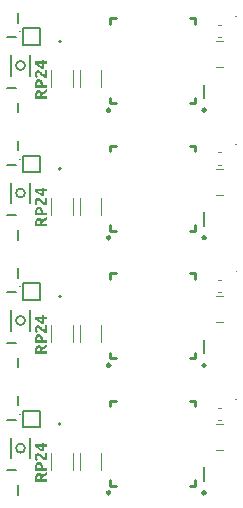
<source format=gto>
G04 #@! TF.GenerationSoftware,KiCad,Pcbnew,9.0.3*
G04 #@! TF.CreationDate,2025-08-07T10:10:08-04:00*
G04 #@! TF.ProjectId,rp2350-decoder,72703233-3530-42d6-9465-636f6465722e,v0.3.1*
G04 #@! TF.SameCoordinates,Original*
G04 #@! TF.FileFunction,Legend,Top*
G04 #@! TF.FilePolarity,Positive*
%FSLAX46Y46*%
G04 Gerber Fmt 4.6, Leading zero omitted, Abs format (unit mm)*
G04 Created by KiCad (PCBNEW 9.0.3) date 2025-08-07 10:10:08*
%MOMM*%
%LPD*%
G01*
G04 APERTURE LIST*
%ADD10C,0.180000*%
%ADD11C,0.250000*%
%ADD12C,0.150000*%
%ADD13C,0.200000*%
%ADD14C,0.240000*%
%ADD15C,0.120000*%
%ADD16C,0.191421*%
%ADD17C,0.100000*%
G04 APERTURE END LIST*
D10*
G36*
X28640000Y-53729689D02*
G01*
X28543035Y-53783545D01*
X28447475Y-53839537D01*
X28359609Y-53896202D01*
X28284382Y-53952133D01*
X28284382Y-54059844D01*
X28640000Y-54059844D01*
X28640000Y-54278075D01*
X27684277Y-54278075D01*
X27672460Y-54205934D01*
X27664738Y-54130491D01*
X27659120Y-53994082D01*
X27659772Y-53981503D01*
X27846699Y-53981503D01*
X27848103Y-54024185D01*
X27850912Y-54059844D01*
X28112435Y-54059844D01*
X28112435Y-53998295D01*
X28108122Y-53915679D01*
X28097142Y-53859148D01*
X28081844Y-53822013D01*
X28057304Y-53793006D01*
X28023582Y-53775272D01*
X27977491Y-53768829D01*
X27933341Y-53775264D01*
X27900694Y-53793121D01*
X27876618Y-53822684D01*
X27861246Y-53859974D01*
X27850700Y-53911572D01*
X27846699Y-53981503D01*
X27659772Y-53981503D01*
X27664918Y-53882306D01*
X27680851Y-53791546D01*
X27705135Y-53718345D01*
X27736606Y-53659713D01*
X27770503Y-53618404D01*
X27810462Y-53586532D01*
X27857286Y-53563310D01*
X27912312Y-53548732D01*
X27977308Y-53543576D01*
X28043755Y-53549293D01*
X28098078Y-53565254D01*
X28142660Y-53590471D01*
X28180915Y-53625119D01*
X28214179Y-53669579D01*
X28242433Y-53725476D01*
X28326025Y-53663927D01*
X28424394Y-53600301D01*
X28531128Y-53539424D01*
X28640000Y-53484836D01*
X28640000Y-53729689D01*
G37*
G36*
X28055523Y-52610361D02*
G01*
X28114075Y-52625368D01*
X28163037Y-52649045D01*
X28204005Y-52681221D01*
X28237976Y-52722554D01*
X28269577Y-52781883D01*
X28293917Y-52855599D01*
X28309855Y-52946607D01*
X28315645Y-53058265D01*
X28315645Y-53126837D01*
X28640000Y-53126837D01*
X28640000Y-53345068D01*
X27684277Y-53345068D01*
X27672521Y-53272564D01*
X27664738Y-53194003D01*
X27659120Y-53054052D01*
X27659838Y-53040069D01*
X27846699Y-53040069D01*
X27848103Y-53086964D01*
X27850851Y-53126837D01*
X28128066Y-53126837D01*
X28128066Y-53058265D01*
X28123961Y-52982611D01*
X28113188Y-52927220D01*
X28097597Y-52887601D01*
X28079726Y-52863170D01*
X28055848Y-52845557D01*
X28024640Y-52834313D01*
X27983902Y-52830204D01*
X27945966Y-52834159D01*
X27917407Y-52844919D01*
X27893760Y-52862614D01*
X27875092Y-52886868D01*
X27861907Y-52916174D01*
X27852927Y-52953363D01*
X27846699Y-53040069D01*
X27659838Y-53040069D01*
X27664825Y-52943023D01*
X27680513Y-52852708D01*
X27704437Y-52779725D01*
X27735446Y-52721149D01*
X27768802Y-52680359D01*
X27809170Y-52648579D01*
X27857557Y-52625169D01*
X27915573Y-52610313D01*
X27985307Y-52605012D01*
X28055523Y-52610361D01*
G37*
G36*
X27924307Y-51862330D02*
G01*
X27976373Y-51867578D01*
X28026400Y-51883335D01*
X28074149Y-51907245D01*
X28120800Y-51937862D01*
X28165107Y-51973321D01*
X28208239Y-52013456D01*
X28287923Y-52095949D01*
X28332009Y-52141439D01*
X28381652Y-52188272D01*
X28428485Y-52228145D01*
X28449742Y-52243195D01*
X28464145Y-52249822D01*
X28464145Y-51832899D01*
X28640000Y-51832899D01*
X28640000Y-52479288D01*
X28600860Y-52482096D01*
X28567276Y-52482096D01*
X28502062Y-52476526D01*
X28444178Y-52460420D01*
X28390074Y-52435343D01*
X28339947Y-52403695D01*
X28293340Y-52366539D01*
X28249699Y-52324682D01*
X28165741Y-52237243D01*
X28104863Y-52174289D01*
X28048932Y-52122510D01*
X28021079Y-52102201D01*
X27994344Y-52087522D01*
X27966638Y-52078033D01*
X27939084Y-52074944D01*
X27899704Y-52079421D01*
X27871821Y-52091371D01*
X27852377Y-52109931D01*
X27833760Y-52148112D01*
X27827159Y-52196699D01*
X27830191Y-52233552D01*
X27839066Y-52267346D01*
X27867093Y-52327491D01*
X27899272Y-52374385D01*
X27925101Y-52403756D01*
X27778921Y-52507254D01*
X27726981Y-52441203D01*
X27684460Y-52363883D01*
X27663955Y-52308275D01*
X27651584Y-52249946D01*
X27647397Y-52188272D01*
X27652659Y-52106249D01*
X27666997Y-52041421D01*
X27691222Y-51984094D01*
X27722196Y-51940000D01*
X27761611Y-51905440D01*
X27808902Y-51881259D01*
X27862069Y-51867263D01*
X27924307Y-51862330D01*
G37*
G36*
X28425066Y-51111406D02*
G01*
X28640000Y-51111406D01*
X28640000Y-51315654D01*
X28425066Y-51315654D01*
X28425066Y-51733981D01*
X28271315Y-51733981D01*
X28132035Y-51657044D01*
X27972484Y-51554218D01*
X27812260Y-51434600D01*
X27736579Y-51370643D01*
X27678230Y-51315654D01*
X27925467Y-51315654D01*
X28080928Y-51431791D01*
X28166621Y-51488840D01*
X28253119Y-51535289D01*
X28253119Y-51315654D01*
X27925467Y-51315654D01*
X27678230Y-51315654D01*
X27670844Y-51308693D01*
X27670844Y-51111406D01*
X28253119Y-51111406D01*
X28253119Y-51007847D01*
X28425066Y-51007847D01*
X28425066Y-51111406D01*
G37*
G36*
X28640000Y-42929689D02*
G01*
X28543035Y-42983545D01*
X28447475Y-43039537D01*
X28359609Y-43096202D01*
X28284382Y-43152133D01*
X28284382Y-43259844D01*
X28640000Y-43259844D01*
X28640000Y-43478075D01*
X27684277Y-43478075D01*
X27672460Y-43405934D01*
X27664738Y-43330491D01*
X27659120Y-43194082D01*
X27659772Y-43181503D01*
X27846699Y-43181503D01*
X27848103Y-43224185D01*
X27850912Y-43259844D01*
X28112435Y-43259844D01*
X28112435Y-43198295D01*
X28108122Y-43115679D01*
X28097142Y-43059148D01*
X28081844Y-43022013D01*
X28057304Y-42993006D01*
X28023582Y-42975272D01*
X27977491Y-42968829D01*
X27933341Y-42975264D01*
X27900694Y-42993121D01*
X27876618Y-43022684D01*
X27861246Y-43059974D01*
X27850700Y-43111572D01*
X27846699Y-43181503D01*
X27659772Y-43181503D01*
X27664918Y-43082306D01*
X27680851Y-42991546D01*
X27705135Y-42918345D01*
X27736606Y-42859713D01*
X27770503Y-42818404D01*
X27810462Y-42786532D01*
X27857286Y-42763310D01*
X27912312Y-42748732D01*
X27977308Y-42743576D01*
X28043755Y-42749293D01*
X28098078Y-42765254D01*
X28142660Y-42790471D01*
X28180915Y-42825119D01*
X28214179Y-42869579D01*
X28242433Y-42925476D01*
X28326025Y-42863927D01*
X28424394Y-42800301D01*
X28531128Y-42739424D01*
X28640000Y-42684836D01*
X28640000Y-42929689D01*
G37*
G36*
X28055523Y-41810361D02*
G01*
X28114075Y-41825368D01*
X28163037Y-41849045D01*
X28204005Y-41881221D01*
X28237976Y-41922554D01*
X28269577Y-41981883D01*
X28293917Y-42055599D01*
X28309855Y-42146607D01*
X28315645Y-42258265D01*
X28315645Y-42326837D01*
X28640000Y-42326837D01*
X28640000Y-42545068D01*
X27684277Y-42545068D01*
X27672521Y-42472564D01*
X27664738Y-42394003D01*
X27659120Y-42254052D01*
X27659838Y-42240069D01*
X27846699Y-42240069D01*
X27848103Y-42286964D01*
X27850851Y-42326837D01*
X28128066Y-42326837D01*
X28128066Y-42258265D01*
X28123961Y-42182611D01*
X28113188Y-42127220D01*
X28097597Y-42087601D01*
X28079726Y-42063170D01*
X28055848Y-42045557D01*
X28024640Y-42034313D01*
X27983902Y-42030204D01*
X27945966Y-42034159D01*
X27917407Y-42044919D01*
X27893760Y-42062614D01*
X27875092Y-42086868D01*
X27861907Y-42116174D01*
X27852927Y-42153363D01*
X27846699Y-42240069D01*
X27659838Y-42240069D01*
X27664825Y-42143023D01*
X27680513Y-42052708D01*
X27704437Y-41979725D01*
X27735446Y-41921149D01*
X27768802Y-41880359D01*
X27809170Y-41848579D01*
X27857557Y-41825169D01*
X27915573Y-41810313D01*
X27985307Y-41805012D01*
X28055523Y-41810361D01*
G37*
G36*
X27924307Y-41062330D02*
G01*
X27976373Y-41067578D01*
X28026400Y-41083335D01*
X28074149Y-41107245D01*
X28120800Y-41137862D01*
X28165107Y-41173321D01*
X28208239Y-41213456D01*
X28287923Y-41295949D01*
X28332009Y-41341439D01*
X28381652Y-41388272D01*
X28428485Y-41428145D01*
X28449742Y-41443195D01*
X28464145Y-41449822D01*
X28464145Y-41032899D01*
X28640000Y-41032899D01*
X28640000Y-41679288D01*
X28600860Y-41682096D01*
X28567276Y-41682096D01*
X28502062Y-41676526D01*
X28444178Y-41660420D01*
X28390074Y-41635343D01*
X28339947Y-41603695D01*
X28293340Y-41566539D01*
X28249699Y-41524682D01*
X28165741Y-41437243D01*
X28104863Y-41374289D01*
X28048932Y-41322510D01*
X28021079Y-41302201D01*
X27994344Y-41287522D01*
X27966638Y-41278033D01*
X27939084Y-41274944D01*
X27899704Y-41279421D01*
X27871821Y-41291371D01*
X27852377Y-41309931D01*
X27833760Y-41348112D01*
X27827159Y-41396699D01*
X27830191Y-41433552D01*
X27839066Y-41467346D01*
X27867093Y-41527491D01*
X27899272Y-41574385D01*
X27925101Y-41603756D01*
X27778921Y-41707254D01*
X27726981Y-41641203D01*
X27684460Y-41563883D01*
X27663955Y-41508275D01*
X27651584Y-41449946D01*
X27647397Y-41388272D01*
X27652659Y-41306249D01*
X27666997Y-41241421D01*
X27691222Y-41184094D01*
X27722196Y-41140000D01*
X27761611Y-41105440D01*
X27808902Y-41081259D01*
X27862069Y-41067263D01*
X27924307Y-41062330D01*
G37*
G36*
X28425066Y-40311406D02*
G01*
X28640000Y-40311406D01*
X28640000Y-40515654D01*
X28425066Y-40515654D01*
X28425066Y-40933981D01*
X28271315Y-40933981D01*
X28132035Y-40857044D01*
X27972484Y-40754218D01*
X27812260Y-40634600D01*
X27736579Y-40570643D01*
X27678230Y-40515654D01*
X27925467Y-40515654D01*
X28080928Y-40631791D01*
X28166621Y-40688840D01*
X28253119Y-40735289D01*
X28253119Y-40515654D01*
X27925467Y-40515654D01*
X27678230Y-40515654D01*
X27670844Y-40508693D01*
X27670844Y-40311406D01*
X28253119Y-40311406D01*
X28253119Y-40207847D01*
X28425066Y-40207847D01*
X28425066Y-40311406D01*
G37*
G36*
X28640000Y-21329689D02*
G01*
X28543035Y-21383545D01*
X28447475Y-21439537D01*
X28359609Y-21496202D01*
X28284382Y-21552133D01*
X28284382Y-21659844D01*
X28640000Y-21659844D01*
X28640000Y-21878075D01*
X27684277Y-21878075D01*
X27672460Y-21805934D01*
X27664738Y-21730491D01*
X27659120Y-21594082D01*
X27659772Y-21581503D01*
X27846699Y-21581503D01*
X27848103Y-21624185D01*
X27850912Y-21659844D01*
X28112435Y-21659844D01*
X28112435Y-21598295D01*
X28108122Y-21515679D01*
X28097142Y-21459148D01*
X28081844Y-21422013D01*
X28057304Y-21393006D01*
X28023582Y-21375272D01*
X27977491Y-21368829D01*
X27933341Y-21375264D01*
X27900694Y-21393121D01*
X27876618Y-21422684D01*
X27861246Y-21459974D01*
X27850700Y-21511572D01*
X27846699Y-21581503D01*
X27659772Y-21581503D01*
X27664918Y-21482306D01*
X27680851Y-21391546D01*
X27705135Y-21318345D01*
X27736606Y-21259713D01*
X27770503Y-21218404D01*
X27810462Y-21186532D01*
X27857286Y-21163310D01*
X27912312Y-21148732D01*
X27977308Y-21143576D01*
X28043755Y-21149293D01*
X28098078Y-21165254D01*
X28142660Y-21190471D01*
X28180915Y-21225119D01*
X28214179Y-21269579D01*
X28242433Y-21325476D01*
X28326025Y-21263927D01*
X28424394Y-21200301D01*
X28531128Y-21139424D01*
X28640000Y-21084836D01*
X28640000Y-21329689D01*
G37*
G36*
X28055523Y-20210361D02*
G01*
X28114075Y-20225368D01*
X28163037Y-20249045D01*
X28204005Y-20281221D01*
X28237976Y-20322554D01*
X28269577Y-20381883D01*
X28293917Y-20455599D01*
X28309855Y-20546607D01*
X28315645Y-20658265D01*
X28315645Y-20726837D01*
X28640000Y-20726837D01*
X28640000Y-20945068D01*
X27684277Y-20945068D01*
X27672521Y-20872564D01*
X27664738Y-20794003D01*
X27659120Y-20654052D01*
X27659838Y-20640069D01*
X27846699Y-20640069D01*
X27848103Y-20686964D01*
X27850851Y-20726837D01*
X28128066Y-20726837D01*
X28128066Y-20658265D01*
X28123961Y-20582611D01*
X28113188Y-20527220D01*
X28097597Y-20487601D01*
X28079726Y-20463170D01*
X28055848Y-20445557D01*
X28024640Y-20434313D01*
X27983902Y-20430204D01*
X27945966Y-20434159D01*
X27917407Y-20444919D01*
X27893760Y-20462614D01*
X27875092Y-20486868D01*
X27861907Y-20516174D01*
X27852927Y-20553363D01*
X27846699Y-20640069D01*
X27659838Y-20640069D01*
X27664825Y-20543023D01*
X27680513Y-20452708D01*
X27704437Y-20379725D01*
X27735446Y-20321149D01*
X27768802Y-20280359D01*
X27809170Y-20248579D01*
X27857557Y-20225169D01*
X27915573Y-20210313D01*
X27985307Y-20205012D01*
X28055523Y-20210361D01*
G37*
G36*
X27924307Y-19462330D02*
G01*
X27976373Y-19467578D01*
X28026400Y-19483335D01*
X28074149Y-19507245D01*
X28120800Y-19537862D01*
X28165107Y-19573321D01*
X28208239Y-19613456D01*
X28287923Y-19695949D01*
X28332009Y-19741439D01*
X28381652Y-19788272D01*
X28428485Y-19828145D01*
X28449742Y-19843195D01*
X28464145Y-19849822D01*
X28464145Y-19432899D01*
X28640000Y-19432899D01*
X28640000Y-20079288D01*
X28600860Y-20082096D01*
X28567276Y-20082096D01*
X28502062Y-20076526D01*
X28444178Y-20060420D01*
X28390074Y-20035343D01*
X28339947Y-20003695D01*
X28293340Y-19966539D01*
X28249699Y-19924682D01*
X28165741Y-19837243D01*
X28104863Y-19774289D01*
X28048932Y-19722510D01*
X28021079Y-19702201D01*
X27994344Y-19687522D01*
X27966638Y-19678033D01*
X27939084Y-19674944D01*
X27899704Y-19679421D01*
X27871821Y-19691371D01*
X27852377Y-19709931D01*
X27833760Y-19748112D01*
X27827159Y-19796699D01*
X27830191Y-19833552D01*
X27839066Y-19867346D01*
X27867093Y-19927491D01*
X27899272Y-19974385D01*
X27925101Y-20003756D01*
X27778921Y-20107254D01*
X27726981Y-20041203D01*
X27684460Y-19963883D01*
X27663955Y-19908275D01*
X27651584Y-19849946D01*
X27647397Y-19788272D01*
X27652659Y-19706249D01*
X27666997Y-19641421D01*
X27691222Y-19584094D01*
X27722196Y-19540000D01*
X27761611Y-19505440D01*
X27808902Y-19481259D01*
X27862069Y-19467263D01*
X27924307Y-19462330D01*
G37*
G36*
X28425066Y-18711406D02*
G01*
X28640000Y-18711406D01*
X28640000Y-18915654D01*
X28425066Y-18915654D01*
X28425066Y-19333981D01*
X28271315Y-19333981D01*
X28132035Y-19257044D01*
X27972484Y-19154218D01*
X27812260Y-19034600D01*
X27736579Y-18970643D01*
X27678230Y-18915654D01*
X27925467Y-18915654D01*
X28080928Y-19031791D01*
X28166621Y-19088840D01*
X28253119Y-19135289D01*
X28253119Y-18915654D01*
X27925467Y-18915654D01*
X27678230Y-18915654D01*
X27670844Y-18908693D01*
X27670844Y-18711406D01*
X28253119Y-18711406D01*
X28253119Y-18607847D01*
X28425066Y-18607847D01*
X28425066Y-18711406D01*
G37*
G36*
X28640000Y-32129689D02*
G01*
X28543035Y-32183545D01*
X28447475Y-32239537D01*
X28359609Y-32296202D01*
X28284382Y-32352133D01*
X28284382Y-32459844D01*
X28640000Y-32459844D01*
X28640000Y-32678075D01*
X27684277Y-32678075D01*
X27672460Y-32605934D01*
X27664738Y-32530491D01*
X27659120Y-32394082D01*
X27659772Y-32381503D01*
X27846699Y-32381503D01*
X27848103Y-32424185D01*
X27850912Y-32459844D01*
X28112435Y-32459844D01*
X28112435Y-32398295D01*
X28108122Y-32315679D01*
X28097142Y-32259148D01*
X28081844Y-32222013D01*
X28057304Y-32193006D01*
X28023582Y-32175272D01*
X27977491Y-32168829D01*
X27933341Y-32175264D01*
X27900694Y-32193121D01*
X27876618Y-32222684D01*
X27861246Y-32259974D01*
X27850700Y-32311572D01*
X27846699Y-32381503D01*
X27659772Y-32381503D01*
X27664918Y-32282306D01*
X27680851Y-32191546D01*
X27705135Y-32118345D01*
X27736606Y-32059713D01*
X27770503Y-32018404D01*
X27810462Y-31986532D01*
X27857286Y-31963310D01*
X27912312Y-31948732D01*
X27977308Y-31943576D01*
X28043755Y-31949293D01*
X28098078Y-31965254D01*
X28142660Y-31990471D01*
X28180915Y-32025119D01*
X28214179Y-32069579D01*
X28242433Y-32125476D01*
X28326025Y-32063927D01*
X28424394Y-32000301D01*
X28531128Y-31939424D01*
X28640000Y-31884836D01*
X28640000Y-32129689D01*
G37*
G36*
X28055523Y-31010361D02*
G01*
X28114075Y-31025368D01*
X28163037Y-31049045D01*
X28204005Y-31081221D01*
X28237976Y-31122554D01*
X28269577Y-31181883D01*
X28293917Y-31255599D01*
X28309855Y-31346607D01*
X28315645Y-31458265D01*
X28315645Y-31526837D01*
X28640000Y-31526837D01*
X28640000Y-31745068D01*
X27684277Y-31745068D01*
X27672521Y-31672564D01*
X27664738Y-31594003D01*
X27659120Y-31454052D01*
X27659838Y-31440069D01*
X27846699Y-31440069D01*
X27848103Y-31486964D01*
X27850851Y-31526837D01*
X28128066Y-31526837D01*
X28128066Y-31458265D01*
X28123961Y-31382611D01*
X28113188Y-31327220D01*
X28097597Y-31287601D01*
X28079726Y-31263170D01*
X28055848Y-31245557D01*
X28024640Y-31234313D01*
X27983902Y-31230204D01*
X27945966Y-31234159D01*
X27917407Y-31244919D01*
X27893760Y-31262614D01*
X27875092Y-31286868D01*
X27861907Y-31316174D01*
X27852927Y-31353363D01*
X27846699Y-31440069D01*
X27659838Y-31440069D01*
X27664825Y-31343023D01*
X27680513Y-31252708D01*
X27704437Y-31179725D01*
X27735446Y-31121149D01*
X27768802Y-31080359D01*
X27809170Y-31048579D01*
X27857557Y-31025169D01*
X27915573Y-31010313D01*
X27985307Y-31005012D01*
X28055523Y-31010361D01*
G37*
G36*
X27924307Y-30262330D02*
G01*
X27976373Y-30267578D01*
X28026400Y-30283335D01*
X28074149Y-30307245D01*
X28120800Y-30337862D01*
X28165107Y-30373321D01*
X28208239Y-30413456D01*
X28287923Y-30495949D01*
X28332009Y-30541439D01*
X28381652Y-30588272D01*
X28428485Y-30628145D01*
X28449742Y-30643195D01*
X28464145Y-30649822D01*
X28464145Y-30232899D01*
X28640000Y-30232899D01*
X28640000Y-30879288D01*
X28600860Y-30882096D01*
X28567276Y-30882096D01*
X28502062Y-30876526D01*
X28444178Y-30860420D01*
X28390074Y-30835343D01*
X28339947Y-30803695D01*
X28293340Y-30766539D01*
X28249699Y-30724682D01*
X28165741Y-30637243D01*
X28104863Y-30574289D01*
X28048932Y-30522510D01*
X28021079Y-30502201D01*
X27994344Y-30487522D01*
X27966638Y-30478033D01*
X27939084Y-30474944D01*
X27899704Y-30479421D01*
X27871821Y-30491371D01*
X27852377Y-30509931D01*
X27833760Y-30548112D01*
X27827159Y-30596699D01*
X27830191Y-30633552D01*
X27839066Y-30667346D01*
X27867093Y-30727491D01*
X27899272Y-30774385D01*
X27925101Y-30803756D01*
X27778921Y-30907254D01*
X27726981Y-30841203D01*
X27684460Y-30763883D01*
X27663955Y-30708275D01*
X27651584Y-30649946D01*
X27647397Y-30588272D01*
X27652659Y-30506249D01*
X27666997Y-30441421D01*
X27691222Y-30384094D01*
X27722196Y-30340000D01*
X27761611Y-30305440D01*
X27808902Y-30281259D01*
X27862069Y-30267263D01*
X27924307Y-30262330D01*
G37*
G36*
X28425066Y-29511406D02*
G01*
X28640000Y-29511406D01*
X28640000Y-29715654D01*
X28425066Y-29715654D01*
X28425066Y-30133981D01*
X28271315Y-30133981D01*
X28132035Y-30057044D01*
X27972484Y-29954218D01*
X27812260Y-29834600D01*
X27736579Y-29770643D01*
X27678230Y-29715654D01*
X27925467Y-29715654D01*
X28080928Y-29831791D01*
X28166621Y-29888840D01*
X28253119Y-29935289D01*
X28253119Y-29715654D01*
X27925467Y-29715654D01*
X27678230Y-29715654D01*
X27670844Y-29708693D01*
X27670844Y-29511406D01*
X28253119Y-29511406D01*
X28253119Y-29407847D01*
X28425066Y-29407847D01*
X28425066Y-29511406D01*
G37*
D11*
G04 #@! TO.C,U4*
X34040000Y-36650000D02*
X34040000Y-37120000D01*
X34040000Y-43380000D02*
X34040000Y-43450000D01*
X34040000Y-43450000D02*
X34040000Y-43850000D01*
X34040000Y-43850000D02*
X34510000Y-43850000D01*
X34510000Y-36650000D02*
X34040000Y-36650000D01*
X40780000Y-43850000D02*
X41240000Y-43850000D01*
X41240000Y-36650000D02*
X40780000Y-36650000D01*
X41240000Y-37120000D02*
X41240000Y-36650000D01*
X41240000Y-43850000D02*
X41240000Y-43380000D01*
X34020000Y-44440000D02*
G75*
G02*
X33760000Y-44440000I-130000J0D01*
G01*
X33760000Y-44440000D02*
G75*
G02*
X34020000Y-44440000I130000J0D01*
G01*
D12*
G04 #@! TO.C,SW1*
X25620000Y-41520000D02*
X25620000Y-39770000D01*
X27220000Y-41520000D02*
X27220000Y-39770000D01*
X26810000Y-40650000D02*
G75*
G02*
X26050000Y-40650000I-380000J0D01*
G01*
X26050000Y-40650000D02*
G75*
G02*
X26810000Y-40650000I380000J0D01*
G01*
G04 #@! TO.C,D1*
X26210000Y-26220000D02*
X26210000Y-25420000D01*
D13*
G04 #@! TO.C,U2*
X41970000Y-32610000D02*
X41970000Y-31470000D01*
D14*
X42090000Y-33640000D02*
G75*
G02*
X41850000Y-33640000I-120000J0D01*
G01*
X41850000Y-33640000D02*
G75*
G02*
X42090000Y-33640000I120000J0D01*
G01*
D15*
G04 #@! TO.C,C16*
X31430000Y-53271252D02*
X31430000Y-51848748D01*
X33250000Y-53271252D02*
X33250000Y-51848748D01*
G04 #@! TO.C,L2*
D16*
X29855710Y-27810000D02*
G75*
G02*
X29664290Y-27810000I-95710J0D01*
G01*
X29664290Y-27810000D02*
G75*
G02*
X29855710Y-27810000I95710J0D01*
G01*
D12*
G04 #@! TO.C,D4*
X25260000Y-20930000D02*
X26060000Y-20930000D01*
D11*
G04 #@! TO.C,U4*
X34040000Y-15050000D02*
X34040000Y-15520000D01*
X34040000Y-21780000D02*
X34040000Y-21850000D01*
X34040000Y-21850000D02*
X34040000Y-22250000D01*
X34040000Y-22250000D02*
X34510000Y-22250000D01*
X34510000Y-15050000D02*
X34040000Y-15050000D01*
X40780000Y-22250000D02*
X41240000Y-22250000D01*
X41240000Y-15050000D02*
X40780000Y-15050000D01*
X41240000Y-15520000D02*
X41240000Y-15050000D01*
X41240000Y-22250000D02*
X41240000Y-21780000D01*
X34020000Y-22840000D02*
G75*
G02*
X33760000Y-22840000I-130000J0D01*
G01*
X33760000Y-22840000D02*
G75*
G02*
X34020000Y-22840000I130000J0D01*
G01*
D12*
G04 #@! TO.C,U5*
X26618733Y-48287200D02*
X26618733Y-49687200D01*
X26618733Y-48287200D02*
X28118733Y-48287200D01*
X26618733Y-49687200D02*
X28118733Y-49687200D01*
X28118733Y-48287200D02*
X28118733Y-49687200D01*
D15*
X26458733Y-48587200D02*
G75*
G02*
X26338733Y-48587200I-60000J0D01*
G01*
X26338733Y-48587200D02*
G75*
G02*
X26458733Y-48587200I60000J0D01*
G01*
D12*
G04 #@! TO.C,D3*
X26060000Y-49070000D02*
X25260000Y-49070000D01*
D17*
G04 #@! TO.C,L1*
X42980000Y-38610000D02*
X43560000Y-38610000D01*
X43560000Y-40800000D02*
X42980000Y-40800000D01*
D12*
G04 #@! TO.C,D4*
X25260000Y-31730000D02*
X26060000Y-31730000D01*
G04 #@! TO.C,D3*
X26060000Y-27470000D02*
X25260000Y-27470000D01*
G04 #@! TO.C,D1*
X26210000Y-47820000D02*
X26210000Y-47020000D01*
D13*
G04 #@! TO.C,U2*
X41970000Y-43410000D02*
X41970000Y-42270000D01*
D14*
X42090000Y-44440000D02*
G75*
G02*
X41850000Y-44440000I-120000J0D01*
G01*
X41850000Y-44440000D02*
G75*
G02*
X42090000Y-44440000I120000J0D01*
G01*
D12*
G04 #@! TO.C,D4*
X25260000Y-53330000D02*
X26060000Y-53330000D01*
G04 #@! TO.C,L2*
D16*
X29855710Y-38610000D02*
G75*
G02*
X29664290Y-38610000I-95710J0D01*
G01*
X29664290Y-38610000D02*
G75*
G02*
X29855710Y-38610000I95710J0D01*
G01*
D12*
G04 #@! TO.C,SW1*
X25620000Y-52320000D02*
X25620000Y-50570000D01*
X27220000Y-52320000D02*
X27220000Y-50570000D01*
X26810000Y-51450000D02*
G75*
G02*
X26050000Y-51450000I-380000J0D01*
G01*
X26050000Y-51450000D02*
G75*
G02*
X26810000Y-51450000I380000J0D01*
G01*
G04 #@! TO.C,U5*
X26618733Y-37487200D02*
X26618733Y-38887200D01*
X26618733Y-37487200D02*
X28118733Y-37487200D01*
X26618733Y-38887200D02*
X28118733Y-38887200D01*
X28118733Y-37487200D02*
X28118733Y-38887200D01*
D15*
X26458733Y-37787200D02*
G75*
G02*
X26338733Y-37787200I-60000J0D01*
G01*
X26338733Y-37787200D02*
G75*
G02*
X26458733Y-37787200I60000J0D01*
G01*
D12*
G04 #@! TO.C,SW1*
X25620000Y-19920000D02*
X25620000Y-18170000D01*
X27220000Y-19920000D02*
X27220000Y-18170000D01*
X26810000Y-19050000D02*
G75*
G02*
X26050000Y-19050000I-380000J0D01*
G01*
X26050000Y-19050000D02*
G75*
G02*
X26810000Y-19050000I380000J0D01*
G01*
D17*
G04 #@! TO.C,L1*
X42980000Y-17010000D02*
X43560000Y-17010000D01*
X43560000Y-19200000D02*
X42980000Y-19200000D01*
D15*
G04 #@! TO.C,C5*
X43109420Y-15620000D02*
X43390580Y-15620000D01*
X43109420Y-16640000D02*
X43390580Y-16640000D01*
G04 #@! TO.C,C6*
X29050000Y-30248748D02*
X29050000Y-31671252D01*
X30870000Y-30248748D02*
X30870000Y-31671252D01*
D12*
G04 #@! TO.C,D3*
X26060000Y-16670000D02*
X25260000Y-16670000D01*
G04 #@! TO.C,D2*
X26260000Y-55390000D02*
X26260000Y-54590000D01*
G04 #@! TO.C,SW1*
X25620000Y-30720000D02*
X25620000Y-28970000D01*
X27220000Y-30720000D02*
X27220000Y-28970000D01*
X26810000Y-29850000D02*
G75*
G02*
X26050000Y-29850000I-380000J0D01*
G01*
X26050000Y-29850000D02*
G75*
G02*
X26810000Y-29850000I380000J0D01*
G01*
G04 #@! TO.C,D2*
X26260000Y-33790000D02*
X26260000Y-32990000D01*
D17*
G04 #@! TO.C,D9*
X44750000Y-14930000D02*
G75*
G02*
X44650000Y-14930000I-50000J0D01*
G01*
X44650000Y-14930000D02*
G75*
G02*
X44750000Y-14930000I50000J0D01*
G01*
D15*
G04 #@! TO.C,C16*
X31430000Y-31671252D02*
X31430000Y-30248748D01*
X33250000Y-31671252D02*
X33250000Y-30248748D01*
D17*
G04 #@! TO.C,L1*
X42980000Y-49410000D02*
X43560000Y-49410000D01*
X43560000Y-51600000D02*
X42980000Y-51600000D01*
D15*
G04 #@! TO.C,C5*
X43109420Y-26420000D02*
X43390580Y-26420000D01*
X43109420Y-27440000D02*
X43390580Y-27440000D01*
D13*
G04 #@! TO.C,U2*
X41970000Y-21810000D02*
X41970000Y-20670000D01*
D14*
X42090000Y-22840000D02*
G75*
G02*
X41850000Y-22840000I-120000J0D01*
G01*
X41850000Y-22840000D02*
G75*
G02*
X42090000Y-22840000I120000J0D01*
G01*
D12*
G04 #@! TO.C,U5*
X26618733Y-15887200D02*
X26618733Y-17287200D01*
X26618733Y-15887200D02*
X28118733Y-15887200D01*
X26618733Y-17287200D02*
X28118733Y-17287200D01*
X28118733Y-15887200D02*
X28118733Y-17287200D01*
D15*
X26458733Y-16187200D02*
G75*
G02*
X26338733Y-16187200I-60000J0D01*
G01*
X26338733Y-16187200D02*
G75*
G02*
X26458733Y-16187200I60000J0D01*
G01*
D12*
G04 #@! TO.C,D1*
X26210000Y-37020000D02*
X26210000Y-36220000D01*
G04 #@! TO.C,D2*
X26260000Y-44590000D02*
X26260000Y-43790000D01*
D15*
G04 #@! TO.C,C5*
X43109420Y-37220000D02*
X43390580Y-37220000D01*
X43109420Y-38240000D02*
X43390580Y-38240000D01*
G04 #@! TO.C,C6*
X29050000Y-19448748D02*
X29050000Y-20871252D01*
X30870000Y-19448748D02*
X30870000Y-20871252D01*
D17*
G04 #@! TO.C,L1*
X42980000Y-27810000D02*
X43560000Y-27810000D01*
X43560000Y-30000000D02*
X42980000Y-30000000D01*
D11*
G04 #@! TO.C,U4*
X34040000Y-25850000D02*
X34040000Y-26320000D01*
X34040000Y-32580000D02*
X34040000Y-32650000D01*
X34040000Y-32650000D02*
X34040000Y-33050000D01*
X34040000Y-33050000D02*
X34510000Y-33050000D01*
X34510000Y-25850000D02*
X34040000Y-25850000D01*
X40780000Y-33050000D02*
X41240000Y-33050000D01*
X41240000Y-25850000D02*
X40780000Y-25850000D01*
X41240000Y-26320000D02*
X41240000Y-25850000D01*
X41240000Y-33050000D02*
X41240000Y-32580000D01*
X34020000Y-33640000D02*
G75*
G02*
X33760000Y-33640000I-130000J0D01*
G01*
X33760000Y-33640000D02*
G75*
G02*
X34020000Y-33640000I130000J0D01*
G01*
D17*
G04 #@! TO.C,D9*
X44750000Y-47330000D02*
G75*
G02*
X44650000Y-47330000I-50000J0D01*
G01*
X44650000Y-47330000D02*
G75*
G02*
X44750000Y-47330000I50000J0D01*
G01*
D12*
G04 #@! TO.C,D2*
X26260000Y-22990000D02*
X26260000Y-22190000D01*
D15*
G04 #@! TO.C,C16*
X31430000Y-42471252D02*
X31430000Y-41048748D01*
X33250000Y-42471252D02*
X33250000Y-41048748D01*
D11*
G04 #@! TO.C,U4*
X34040000Y-47450000D02*
X34040000Y-47920000D01*
X34040000Y-54180000D02*
X34040000Y-54250000D01*
X34040000Y-54250000D02*
X34040000Y-54650000D01*
X34040000Y-54650000D02*
X34510000Y-54650000D01*
X34510000Y-47450000D02*
X34040000Y-47450000D01*
X40780000Y-54650000D02*
X41240000Y-54650000D01*
X41240000Y-47450000D02*
X40780000Y-47450000D01*
X41240000Y-47920000D02*
X41240000Y-47450000D01*
X41240000Y-54650000D02*
X41240000Y-54180000D01*
X34020000Y-55240000D02*
G75*
G02*
X33760000Y-55240000I-130000J0D01*
G01*
X33760000Y-55240000D02*
G75*
G02*
X34020000Y-55240000I130000J0D01*
G01*
D12*
G04 #@! TO.C,D1*
X26210000Y-15420000D02*
X26210000Y-14620000D01*
D15*
G04 #@! TO.C,C6*
X29050000Y-41048748D02*
X29050000Y-42471252D01*
X30870000Y-41048748D02*
X30870000Y-42471252D01*
G04 #@! TO.C,L2*
D16*
X29855710Y-49410000D02*
G75*
G02*
X29664290Y-49410000I-95710J0D01*
G01*
X29664290Y-49410000D02*
G75*
G02*
X29855710Y-49410000I95710J0D01*
G01*
D17*
G04 #@! TO.C,D9*
X44750000Y-25730000D02*
G75*
G02*
X44650000Y-25730000I-50000J0D01*
G01*
X44650000Y-25730000D02*
G75*
G02*
X44750000Y-25730000I50000J0D01*
G01*
D15*
G04 #@! TO.C,C16*
X31430000Y-20871252D02*
X31430000Y-19448748D01*
X33250000Y-20871252D02*
X33250000Y-19448748D01*
G04 #@! TO.C,L2*
D16*
X29855710Y-17010000D02*
G75*
G02*
X29664290Y-17010000I-95710J0D01*
G01*
X29664290Y-17010000D02*
G75*
G02*
X29855710Y-17010000I95710J0D01*
G01*
D17*
G04 #@! TO.C,D9*
X44750000Y-36530000D02*
G75*
G02*
X44650000Y-36530000I-50000J0D01*
G01*
X44650000Y-36530000D02*
G75*
G02*
X44750000Y-36530000I50000J0D01*
G01*
D15*
G04 #@! TO.C,C5*
X43109420Y-48020000D02*
X43390580Y-48020000D01*
X43109420Y-49040000D02*
X43390580Y-49040000D01*
D12*
G04 #@! TO.C,D4*
X25260000Y-42530000D02*
X26060000Y-42530000D01*
G04 #@! TO.C,U5*
X26618733Y-26687200D02*
X26618733Y-28087200D01*
X26618733Y-26687200D02*
X28118733Y-26687200D01*
X26618733Y-28087200D02*
X28118733Y-28087200D01*
X28118733Y-26687200D02*
X28118733Y-28087200D01*
D15*
X26458733Y-26987200D02*
G75*
G02*
X26338733Y-26987200I-60000J0D01*
G01*
X26338733Y-26987200D02*
G75*
G02*
X26458733Y-26987200I60000J0D01*
G01*
G04 #@! TO.C,C6*
X29050000Y-51848748D02*
X29050000Y-53271252D01*
X30870000Y-51848748D02*
X30870000Y-53271252D01*
D12*
G04 #@! TO.C,D3*
X26060000Y-38270000D02*
X25260000Y-38270000D01*
D13*
G04 #@! TO.C,U2*
X41970000Y-54210000D02*
X41970000Y-53070000D01*
D14*
X42090000Y-55240000D02*
G75*
G02*
X41850000Y-55240000I-120000J0D01*
G01*
X41850000Y-55240000D02*
G75*
G02*
X42090000Y-55240000I120000J0D01*
G01*
G04 #@! TD*
M02*

</source>
